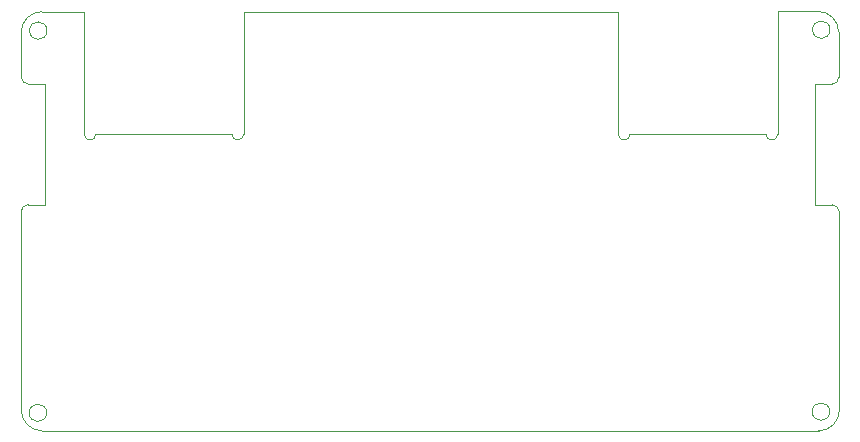
<source format=gbr>
%TF.GenerationSoftware,KiCad,Pcbnew,(6.0.6)*%
%TF.CreationDate,2022-07-25T23:57:12+01:00*%
%TF.ProjectId,Virpar,56697270-6172-42e6-9b69-6361645f7063,rev?*%
%TF.SameCoordinates,Original*%
%TF.FileFunction,Profile,NP*%
%FSLAX46Y46*%
G04 Gerber Fmt 4.6, Leading zero omitted, Abs format (unit mm)*
G04 Created by KiCad (PCBNEW (6.0.6)) date 2022-07-25 23:57:12*
%MOMM*%
%LPD*%
G01*
G04 APERTURE LIST*
%TA.AperFunction,Profile*%
%ADD10C,0.100000*%
%TD*%
G04 APERTURE END LIST*
D10*
X190503931Y-70612000D02*
G75*
G03*
X190503931Y-70612000I-740531J0D01*
G01*
X186068547Y-69058084D02*
X189489325Y-69057275D01*
X140861626Y-69108306D02*
X172560253Y-69101499D01*
X122021600Y-70840600D02*
X122021600Y-74599800D01*
X122631200Y-75209400D02*
X124033293Y-75238184D01*
X190478531Y-102946200D02*
G75*
G03*
X190478531Y-102946200I-740531J0D01*
G01*
X189263856Y-85421339D02*
X190675173Y-85421139D01*
X122018525Y-86021722D02*
X122029118Y-102808050D01*
X190652400Y-75234800D02*
G75*
G03*
X191262000Y-74625200I0J609600D01*
G01*
X191241925Y-70809875D02*
G75*
G03*
X189489325Y-69057275I-1752625J-25D01*
G01*
X189248631Y-75244395D02*
X190652400Y-75234800D01*
X189540125Y-104577125D02*
G75*
G03*
X191292725Y-102824525I-25J1752625D01*
G01*
X122021600Y-74599800D02*
G75*
G03*
X122631200Y-75209400I609600J0D01*
G01*
X123774200Y-69088000D02*
X127330199Y-69088000D01*
X191284761Y-86030739D02*
G75*
G03*
X190675173Y-85421139I-609561J39D01*
G01*
X124209931Y-70688200D02*
G75*
G03*
X124209931Y-70688200I-740531J0D01*
G01*
X191284773Y-86030739D02*
X191292725Y-102824525D01*
X123774200Y-69088000D02*
G75*
G03*
X122021600Y-70840600I0J-1752600D01*
G01*
X124184531Y-103047800D02*
G75*
G03*
X124184531Y-103047800I-740531J0D01*
G01*
X122628125Y-85412125D02*
G75*
G03*
X122018525Y-86021722I-25J-609575D01*
G01*
X172566371Y-70450914D02*
X172560253Y-69101499D01*
X122628125Y-85412122D02*
X124048518Y-85415128D01*
X124033293Y-75238184D02*
X124048518Y-85415128D01*
X140859356Y-70464929D02*
X140861626Y-69108306D01*
X189248631Y-75244395D02*
X189263856Y-85421339D01*
X123781718Y-104560650D02*
X189540125Y-104577125D01*
X191241925Y-70809875D02*
X191262000Y-74625200D01*
X127330199Y-69088000D02*
X127354371Y-70447714D01*
X186071356Y-70468129D02*
X186068547Y-69058084D01*
X122029050Y-102808050D02*
G75*
G03*
X123781718Y-104560650I1752650J50D01*
G01*
%TO.C,J4*%
X172566371Y-70450914D02*
X172574000Y-79450000D01*
X185074000Y-79450000D02*
X173574000Y-79450000D01*
X186074000Y-79450000D02*
X186071356Y-70468129D01*
X185074000Y-79450000D02*
G75*
G03*
X186074000Y-79450000I500000J0D01*
G01*
X172574000Y-79450000D02*
G75*
G03*
X173574000Y-79450000I500000J0D01*
G01*
%TO.C,J3*%
X127354371Y-70447714D02*
X127362000Y-79446800D01*
X139862000Y-79446800D02*
X128362000Y-79446800D01*
X140862000Y-79446800D02*
X140859356Y-70464929D01*
X139862000Y-79446800D02*
G75*
G03*
X140862000Y-79446800I500000J0D01*
G01*
X127362000Y-79446800D02*
G75*
G03*
X128362000Y-79446800I500000J0D01*
G01*
%TD*%
M02*

</source>
